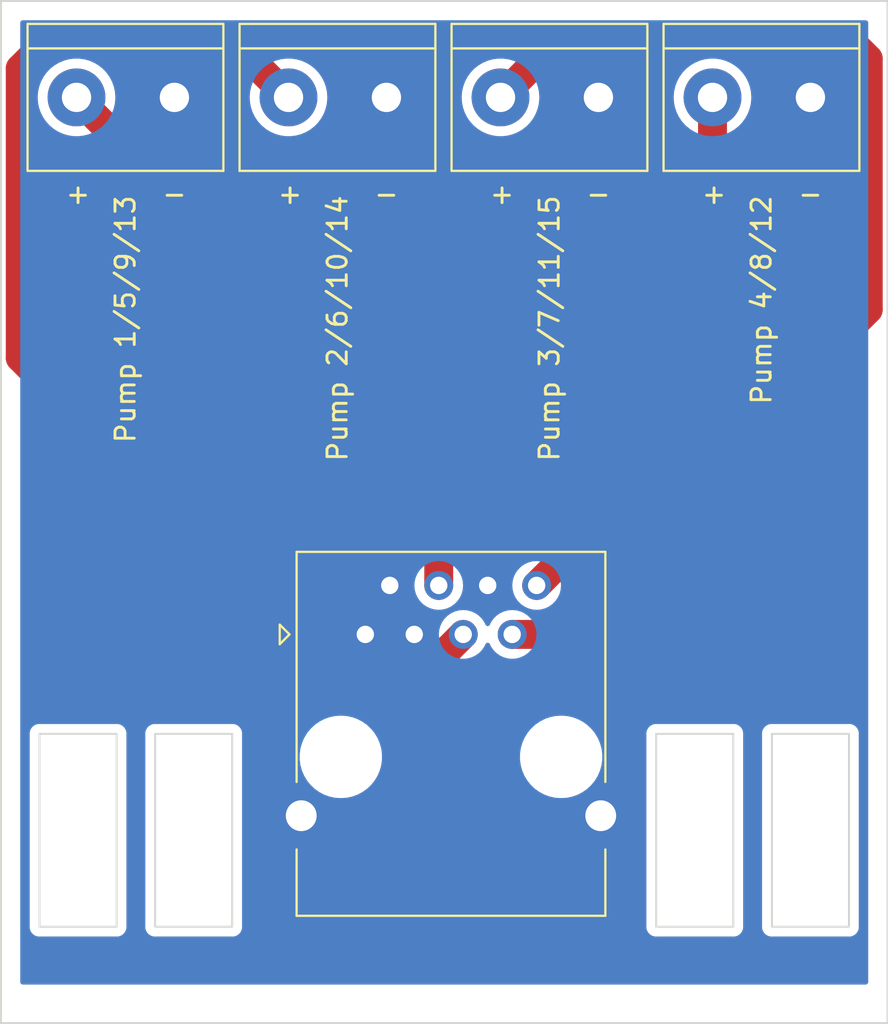
<source format=kicad_pcb>
(kicad_pcb (version 20211014) (generator pcbnew)
  (layers (0 "F.Cu" signal) (31 "B.Cu" signal) (34 "B.Paste" user) (35 "F.Paste" user) (36 "B.SilkS" user "B.Silkscreen") (37 "F.SilkS" user "F.Silkscreen") (38 "B.Mask" user) (39 "F.Mask" user) (44 "Edge.Cuts" user))
  (net 0 "")
  (net 1 "GND")
  (net 2 "Net-(J3-Pad4)")
  (net 3 "Net-(J3-Pad5)")
  (net 4 "Net-(J3-Pad7)")
  (net 5 "Net-(J3-Pad8)")
  (footprint "Connector_RJ:RJ45_Ninigi_GE" (layer "F.Cu") (at 128.905 74.845)
    (fp_text reference "J3" hide)
    (fp_text value "RJ45_Shielded" hide)
    (fp_line (start -3.933 0) (end -4.441 -0.508) (layer "F.SilkS") (width 0.12))
    (fp_line (start 12.455 14.59) (end -3.565 14.59) (layer "F.SilkS") (width 0.12))
    (fp_line (start 12.455 -4.28) (end -3.565 -4.28) (layer "F.SilkS") (width 0.12))
    (fp_line (start 12.455 -4.28) (end 12.455 7.65) (layer "F.SilkS") (width 0.12))
    (fp_line (start -4.441 -0.508) (end -4.441 0.508) (layer "F.SilkS") (width 0.12))
    (fp_line (start 12.455 11.15) (end 12.455 14.59) (layer "F.SilkS") (width 0.12))
    (fp_line (start -3.565 11.15) (end -3.565 14.59) (layer "F.SilkS") (width 0.12))
    (fp_line (start -4.441 0.508) (end -3.933 0) (layer "F.SilkS") (width 0.12))
    (fp_line (start -3.565 -4.28) (end -3.565 7.65) (layer "F.SilkS") (width 0.12))
    (pad "" np_thru_hole circle (at -1.27 6.35) (size 3.25 3.25) (drill 3.25) (layers *.Cu *.Mask))
    (pad "" np_thru_hole circle (at 10.16 6.35 180) (size 3.25 3.25) (drill 3.25) (layers *.Cu *.Mask))
    (pad "1" thru_hole rect (at 0 0 180) (size 1.5 1.5) (drill 0.9) (layers *.Cu *.Mask) (net 1 "GND"))
    (pad "2" thru_hole circle (at 1.27 -2.54 180) (size 1.5 1.5) (drill 0.9) (layers *.Cu *.Mask) (net 1 "GND"))
    (pad "3" thru_hole circle (at 2.54 0 180) (size 1.5 1.5) (drill 0.9) (layers *.Cu *.Mask) (net 1 "GND"))
    (pad "4" thru_hole circle (at 3.81 -2.54 180) (size 1.5 1.5) (drill 0.9) (layers *.Cu *.Mask) (net 2 "Net-(J3-Pad4)"))
    (pad "5" thru_hole circle (at 5.08 0 180) (size 1.5 1.5) (drill 0.9) (layers *.Cu *.Mask) (net 3 "Net-(J3-Pad5)"))
    (pad "6" thru_hole circle (at 6.35 -2.54 180) (size 1.5 1.5) (drill 0.9) (layers *.Cu *.Mask) (net 1 "GND"))
    (pad "7" thru_hole circle (at 7.62 0 180) (size 1.5 1.5) (drill 0.9) (layers *.Cu *.Mask) (net 4 "Net-(J3-Pad7)"))
    (pad "8" thru_hole circle (at 8.89 -2.54 180) (size 1.5 1.5) (drill 0.9) (layers *.Cu *.Mask) (net 5 "Net-(J3-Pad8)"))
    (pad "SH" thru_hole circle (at -3.325 9.4) (size 3 3) (drill 1.6) (layers *.Cu *.Mask) (net 1 "GND"))
    (pad "SH" thru_hole circle (at 12.215 9.4 180) (size 3 3) (drill 1.6) (layers *.Cu *.Mask) (net 1 "GND"))
  )
  (footprint "TerminalBlock:TerminalBlock_bornier-2_P5.08mm" (layer "F.Cu") (at 119 47 180)
    (fp_text reference "J1" hide)
    (fp_text value "Pump 1/5/9/13" (at 2.54 -5 90) (layer "F.SilkS") (effects (justify right)))
    (fp_line (start 7.62 3.81) (end 7.62 -3.81) (layer "F.SilkS") (width 0.12))
    (fp_line (start 7.62 -3.81) (end -2.54 -3.81) (layer "F.SilkS") (width 0.12))
    (fp_line (start -2.54 3.81) (end 7.62 3.81) (layer "F.SilkS") (width 0.12))
    (fp_line (start -2.54 -3.81) (end -2.54 3.81) (layer "F.SilkS") (width 0.12))
    (fp_line (start 7.62 2.54) (end -2.54 2.54) (layer "F.SilkS") (width 0.12))
    (pad "1" thru_hole rect (at 0 0 180) (size 3 3) (drill 1.52) (layers *.Cu *.Mask) (net 1 "GND"))
    (pad "2" thru_hole circle (at 5.08 0 180) (size 3 3) (drill 1.52) (layers *.Cu *.Mask) (net 2 "Net-(J3-Pad4)"))
  )
  (footprint "TerminalBlock:TerminalBlock_bornier-2_P5.08mm" (layer "F.Cu") (at 130 47 180)
    (fp_text reference "J2" hide)
    (fp_text value "Pump 2/6/10/14" (at 2.54 -5 90) (layer "F.SilkS") (effects (justify right)))
    (fp_line (start -2.54 -3.81) (end -2.54 3.81) (layer "F.SilkS") (width 0.12))
    (fp_line (start 7.62 -3.81) (end -2.54 -3.81) (layer "F.SilkS") (width 0.12))
    (fp_line (start -2.54 3.81) (end 7.62 3.81) (layer "F.SilkS") (width 0.12))
    (fp_line (start 7.62 3.81) (end 7.62 -3.81) (layer "F.SilkS") (width 0.12))
    (fp_line (start 7.62 2.54) (end -2.54 2.54) (layer "F.SilkS") (width 0.12))
    (pad "1" thru_hole rect (at 0 0 180) (size 3 3) (drill 1.52) (layers *.Cu *.Mask) (net 1 "GND"))
    (pad "2" thru_hole circle (at 5.08 0 180) (size 3 3) (drill 1.52) (layers *.Cu *.Mask) (net 3 "Net-(J3-Pad5)"))
  )
  (footprint "TerminalBlock:TerminalBlock_bornier-2_P5.08mm" (layer "F.Cu") (at 141 47 180)
    (fp_text reference "J4" hide)
    (fp_text value "Pump 3/7/11/15" (at 2.54 -5 90) (layer "F.SilkS") (effects (justify right)))
    (fp_line (start -2.54 3.81) (end 7.62 3.81) (layer "F.SilkS") (width 0.12))
    (fp_line (start -2.54 -3.81) (end -2.54 3.81) (layer "F.SilkS") (width 0.12))
    (fp_line (start 7.62 -3.81) (end -2.54 -3.81) (layer "F.SilkS") (width 0.12))
    (fp_line (start 7.62 3.81) (end 7.62 -3.81) (layer "F.SilkS") (width 0.12))
    (fp_line (start 7.62 2.54) (end -2.54 2.54) (layer "F.SilkS") (width 0.12))
    (pad "1" thru_hole rect (at 0 0 180) (size 3 3) (drill 1.52) (layers *.Cu *.Mask) (net 1 "GND"))
    (pad "2" thru_hole circle (at 5.08 0 180) (size 3 3) (drill 1.52) (layers *.Cu *.Mask) (net 4 "Net-(J3-Pad7)"))
  )
  (footprint "TerminalBlock:TerminalBlock_bornier-2_P5.08mm" (layer "F.Cu") (at 152 47 180)
    (fp_text reference "J5" hide)
    (fp_text value "Pump 4/8/12" (at 2.54 -5 90) (layer "F.SilkS") (effects (justify right)))
    (fp_line (start 7.62 2.54) (end -2.54 2.54) (layer "F.SilkS") (width 0.12))
    (fp_line (start -2.54 -3.81) (end -2.54 3.81) (layer "F.SilkS") (width 0.12))
    (fp_line (start -2.54 3.81) (end 7.62 3.81) (layer "F.SilkS") (width 0.12))
    (fp_line (start 7.62 3.81) (end 7.62 -3.81) (layer "F.SilkS") (width 0.12))
    (fp_line (start 7.62 -3.81) (end -2.54 -3.81) (layer "F.SilkS") (width 0.12))
    (pad "1" thru_hole rect (at 0 0 180) (size 3 3) (drill 1.52) (layers *.Cu *.Mask) (net 1 "GND"))
    (pad "2" thru_hole circle (at 5.08 0 180) (size 3 3) (drill 1.52) (layers *.Cu *.Mask) (net 5 "Net-(J3-Pad8)"))
  )
  (gr_line (start 122 90) (end 118 90) (layer "Edge.Cuts") (width 0.1))
  (gr_line (start 110 42) (end 110 95) (layer "Edge.Cuts") (width 0.1))
  (gr_line (start 110 95) (end 156 95) (layer "Edge.Cuts") (width 0.1))
  (gr_line (start 156 95) (end 156 42) (layer "Edge.Cuts") (width 0.1))
  (gr_line (start 112 80) (end 116 80) (layer "Edge.Cuts") (width 0.1))
  (gr_line (start 154 90) (end 150 90) (layer "Edge.Cuts") (width 0.1))
  (gr_line (start 118 80) (end 122 80) (layer "Edge.Cuts") (width 0.1))
  (gr_line (start 144 90) (end 144 80) (layer "Edge.Cuts") (width 0.1))
  (gr_line (start 112 90) (end 112 80) (layer "Edge.Cuts") (width 0.1))
  (gr_line (start 122 80) (end 122 90) (layer "Edge.Cuts") (width 0.1))
  (gr_line (start 148 80) (end 148 90) (layer "Edge.Cuts") (width 0.1))
  (gr_line (start 116 90) (end 112 90) (layer "Edge.Cuts") (width 0.1))
  (gr_line (start 156 42) (end 110 42) (layer "Edge.Cuts") (width 0.1))
  (gr_line (start 148 90) (end 144 90) (layer "Edge.Cuts") (width 0.1))
  (gr_line (start 118 90) (end 118 80) (layer "Edge.Cuts") (width 0.1))
  (gr_line (start 154 80) (end 154 90) (layer "Edge.Cuts") (width 0.1))
  (gr_line (start 150 80) (end 154 80) (layer "Edge.Cuts") (width 0.1))
  (gr_line (start 144 80) (end 148 80) (layer "Edge.Cuts") (width 0.1))
  (gr_line (start 150 90) (end 150 80) (layer "Edge.Cuts") (width 0.1))
  (gr_line (start 116 80) (end 116 90) (layer "Edge.Cuts") (width 0.1))
  (gr_text "+" (at 114 52) (layer "F.SilkS") (effects (font (size 1 1))))
  (gr_text "+" (at 136 52) (layer "F.SilkS") (effects (font (size 1 1))))
  (gr_text "-" (at 119 52) (layer "F.SilkS") (effects (font (size 1 1))))
  (gr_text "+" (at 147 52) (layer "F.SilkS") (effects (font (size 1 1))))
  (gr_text "-" (at 152 52) (layer "F.SilkS") (effects (font (size 1 1))))
  (gr_text "-" (at 130 52) (layer "F.SilkS") (effects (font (size 1 1))))
  (gr_text "+" (at 125 52) (layer "F.SilkS") (effects (font (size 1 1))))
  (gr_text "-" (at 141 52) (layer "F.SilkS") (effects (font (size 1 1))))
  (segment (start 132.715 65.795) (end 113.92 47) (width 1.5) (layer "F.Cu") (net 2))
  (segment (start 132.715 72.305) (end 132.715 65.795) (width 1.5) (layer "F.Cu") (net 2))
  (segment (start 132 77) (end 127.5 77) (width 1.5) (layer "F.Cu") (net 3))
  (segment (start 127.5 77) (end 111 60.5) (width 1.5) (layer "F.Cu") (net 3))
  (segment (start 111 60.5) (end 111 45.5) (width 1.5) (layer "F.Cu") (net 3))
  (segment (start 132 76.83) (end 132 77) (width 1.5) (layer "F.Cu") (net 3))
  (segment (start 121.92 44) (end 124.92 47) (width 1.5) (layer "F.Cu") (net 3))
  (segment (start 112.5 44) (end 121.92 44) (width 1.5) (layer "F.Cu") (net 3))
  (segment (start 111 45.5) (end 112.5 44) (width 1.5) (layer "F.Cu") (net 3))
  (segment (start 133.985 74.845) (end 132 76.83) (width 1.5) (layer "F.Cu") (net 3))
  (segment (start 155 45) (end 154 44) (width 1.5) (layer "F.Cu") (net 4))
  (segment (start 138.155 74.845) (end 155 58) (width 1.5) (layer "F.Cu") (net 4))
  (segment (start 155 58) (end 155 45) (width 1.5) (layer "F.Cu") (net 4))
  (segment (start 136.525 74.845) (end 138.155 74.845) (width 1.5) (layer "F.Cu") (net 4))
  (segment (start 138.92 44) (end 135.92 47) (width 1.5) (layer "F.Cu") (net 4))
  (segment (start 154 44) (end 138.92 44) (width 1.5) (layer "F.Cu") (net 4))
  (segment (start 146.92 63.18) (end 146.92 47) (width 1.5) (layer "F.Cu") (net 5))
  (segment (start 137.795 72.305) (end 146.92 63.18) (width 1.5) (layer "F.Cu") (net 5))
  (zone (net 1) (net_name "GND") (layer "B.Cu") (connect_pads yes (clearance 0.508)) (min_thickness 0.254) (fill yes (thermal_gap 0.508) (thermal_bridge_width 0.508))
    (polygon (pts (xy 155 93) (xy 111 93) (xy 111 43) (xy 155 43)))
  )
)
</source>
